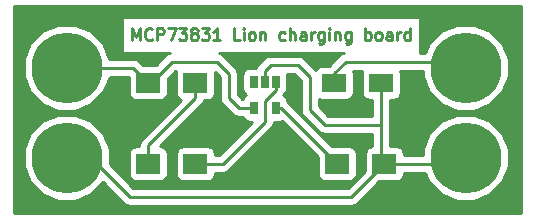
<source format=gbr>
G04 #@! TF.FileFunction,Copper,L1,Top,Signal*
%FSLAX46Y46*%
G04 Gerber Fmt 4.6, Leading zero omitted, Abs format (unit mm)*
G04 Created by KiCad (PCBNEW 4.0.7) date 10/19/18 23:51:00*
%MOMM*%
%LPD*%
G01*
G04 APERTURE LIST*
%ADD10C,0.100000*%
%ADD11C,0.250000*%
%ADD12R,2.000000X1.600000*%
%ADD13R,2.000000X1.700000*%
%ADD14R,0.650000X1.060000*%
%ADD15C,5.999480*%
%ADD16C,0.254000*%
G04 APERTURE END LIST*
D10*
D11*
X137082094Y-102052381D02*
X137082094Y-101052381D01*
X137415428Y-101766667D01*
X137748761Y-101052381D01*
X137748761Y-102052381D01*
X138796380Y-101957143D02*
X138748761Y-102004762D01*
X138605904Y-102052381D01*
X138510666Y-102052381D01*
X138367808Y-102004762D01*
X138272570Y-101909524D01*
X138224951Y-101814286D01*
X138177332Y-101623810D01*
X138177332Y-101480952D01*
X138224951Y-101290476D01*
X138272570Y-101195238D01*
X138367808Y-101100000D01*
X138510666Y-101052381D01*
X138605904Y-101052381D01*
X138748761Y-101100000D01*
X138796380Y-101147619D01*
X139224951Y-102052381D02*
X139224951Y-101052381D01*
X139605904Y-101052381D01*
X139701142Y-101100000D01*
X139748761Y-101147619D01*
X139796380Y-101242857D01*
X139796380Y-101385714D01*
X139748761Y-101480952D01*
X139701142Y-101528571D01*
X139605904Y-101576190D01*
X139224951Y-101576190D01*
X140129713Y-101052381D02*
X140796380Y-101052381D01*
X140367808Y-102052381D01*
X141082094Y-101052381D02*
X141701142Y-101052381D01*
X141367808Y-101433333D01*
X141510666Y-101433333D01*
X141605904Y-101480952D01*
X141653523Y-101528571D01*
X141701142Y-101623810D01*
X141701142Y-101861905D01*
X141653523Y-101957143D01*
X141605904Y-102004762D01*
X141510666Y-102052381D01*
X141224951Y-102052381D01*
X141129713Y-102004762D01*
X141082094Y-101957143D01*
X142272570Y-101480952D02*
X142177332Y-101433333D01*
X142129713Y-101385714D01*
X142082094Y-101290476D01*
X142082094Y-101242857D01*
X142129713Y-101147619D01*
X142177332Y-101100000D01*
X142272570Y-101052381D01*
X142463047Y-101052381D01*
X142558285Y-101100000D01*
X142605904Y-101147619D01*
X142653523Y-101242857D01*
X142653523Y-101290476D01*
X142605904Y-101385714D01*
X142558285Y-101433333D01*
X142463047Y-101480952D01*
X142272570Y-101480952D01*
X142177332Y-101528571D01*
X142129713Y-101576190D01*
X142082094Y-101671429D01*
X142082094Y-101861905D01*
X142129713Y-101957143D01*
X142177332Y-102004762D01*
X142272570Y-102052381D01*
X142463047Y-102052381D01*
X142558285Y-102004762D01*
X142605904Y-101957143D01*
X142653523Y-101861905D01*
X142653523Y-101671429D01*
X142605904Y-101576190D01*
X142558285Y-101528571D01*
X142463047Y-101480952D01*
X142986856Y-101052381D02*
X143605904Y-101052381D01*
X143272570Y-101433333D01*
X143415428Y-101433333D01*
X143510666Y-101480952D01*
X143558285Y-101528571D01*
X143605904Y-101623810D01*
X143605904Y-101861905D01*
X143558285Y-101957143D01*
X143510666Y-102004762D01*
X143415428Y-102052381D01*
X143129713Y-102052381D01*
X143034475Y-102004762D01*
X142986856Y-101957143D01*
X144558285Y-102052381D02*
X143986856Y-102052381D01*
X144272570Y-102052381D02*
X144272570Y-101052381D01*
X144177332Y-101195238D01*
X144082094Y-101290476D01*
X143986856Y-101338095D01*
X146224952Y-102052381D02*
X145748761Y-102052381D01*
X145748761Y-101052381D01*
X146558285Y-102052381D02*
X146558285Y-101385714D01*
X146558285Y-101052381D02*
X146510666Y-101100000D01*
X146558285Y-101147619D01*
X146605904Y-101100000D01*
X146558285Y-101052381D01*
X146558285Y-101147619D01*
X147177332Y-102052381D02*
X147082094Y-102004762D01*
X147034475Y-101957143D01*
X146986856Y-101861905D01*
X146986856Y-101576190D01*
X147034475Y-101480952D01*
X147082094Y-101433333D01*
X147177332Y-101385714D01*
X147320190Y-101385714D01*
X147415428Y-101433333D01*
X147463047Y-101480952D01*
X147510666Y-101576190D01*
X147510666Y-101861905D01*
X147463047Y-101957143D01*
X147415428Y-102004762D01*
X147320190Y-102052381D01*
X147177332Y-102052381D01*
X147939237Y-101385714D02*
X147939237Y-102052381D01*
X147939237Y-101480952D02*
X147986856Y-101433333D01*
X148082094Y-101385714D01*
X148224952Y-101385714D01*
X148320190Y-101433333D01*
X148367809Y-101528571D01*
X148367809Y-102052381D01*
X150034476Y-102004762D02*
X149939238Y-102052381D01*
X149748761Y-102052381D01*
X149653523Y-102004762D01*
X149605904Y-101957143D01*
X149558285Y-101861905D01*
X149558285Y-101576190D01*
X149605904Y-101480952D01*
X149653523Y-101433333D01*
X149748761Y-101385714D01*
X149939238Y-101385714D01*
X150034476Y-101433333D01*
X150463047Y-102052381D02*
X150463047Y-101052381D01*
X150891619Y-102052381D02*
X150891619Y-101528571D01*
X150844000Y-101433333D01*
X150748762Y-101385714D01*
X150605904Y-101385714D01*
X150510666Y-101433333D01*
X150463047Y-101480952D01*
X151796381Y-102052381D02*
X151796381Y-101528571D01*
X151748762Y-101433333D01*
X151653524Y-101385714D01*
X151463047Y-101385714D01*
X151367809Y-101433333D01*
X151796381Y-102004762D02*
X151701143Y-102052381D01*
X151463047Y-102052381D01*
X151367809Y-102004762D01*
X151320190Y-101909524D01*
X151320190Y-101814286D01*
X151367809Y-101719048D01*
X151463047Y-101671429D01*
X151701143Y-101671429D01*
X151796381Y-101623810D01*
X152272571Y-102052381D02*
X152272571Y-101385714D01*
X152272571Y-101576190D02*
X152320190Y-101480952D01*
X152367809Y-101433333D01*
X152463047Y-101385714D01*
X152558286Y-101385714D01*
X153320191Y-101385714D02*
X153320191Y-102195238D01*
X153272572Y-102290476D01*
X153224953Y-102338095D01*
X153129714Y-102385714D01*
X152986857Y-102385714D01*
X152891619Y-102338095D01*
X153320191Y-102004762D02*
X153224953Y-102052381D01*
X153034476Y-102052381D01*
X152939238Y-102004762D01*
X152891619Y-101957143D01*
X152844000Y-101861905D01*
X152844000Y-101576190D01*
X152891619Y-101480952D01*
X152939238Y-101433333D01*
X153034476Y-101385714D01*
X153224953Y-101385714D01*
X153320191Y-101433333D01*
X153796381Y-102052381D02*
X153796381Y-101385714D01*
X153796381Y-101052381D02*
X153748762Y-101100000D01*
X153796381Y-101147619D01*
X153844000Y-101100000D01*
X153796381Y-101052381D01*
X153796381Y-101147619D01*
X154272571Y-101385714D02*
X154272571Y-102052381D01*
X154272571Y-101480952D02*
X154320190Y-101433333D01*
X154415428Y-101385714D01*
X154558286Y-101385714D01*
X154653524Y-101433333D01*
X154701143Y-101528571D01*
X154701143Y-102052381D01*
X155605905Y-101385714D02*
X155605905Y-102195238D01*
X155558286Y-102290476D01*
X155510667Y-102338095D01*
X155415428Y-102385714D01*
X155272571Y-102385714D01*
X155177333Y-102338095D01*
X155605905Y-102004762D02*
X155510667Y-102052381D01*
X155320190Y-102052381D01*
X155224952Y-102004762D01*
X155177333Y-101957143D01*
X155129714Y-101861905D01*
X155129714Y-101576190D01*
X155177333Y-101480952D01*
X155224952Y-101433333D01*
X155320190Y-101385714D01*
X155510667Y-101385714D01*
X155605905Y-101433333D01*
X156844000Y-102052381D02*
X156844000Y-101052381D01*
X156844000Y-101433333D02*
X156939238Y-101385714D01*
X157129715Y-101385714D01*
X157224953Y-101433333D01*
X157272572Y-101480952D01*
X157320191Y-101576190D01*
X157320191Y-101861905D01*
X157272572Y-101957143D01*
X157224953Y-102004762D01*
X157129715Y-102052381D01*
X156939238Y-102052381D01*
X156844000Y-102004762D01*
X157891619Y-102052381D02*
X157796381Y-102004762D01*
X157748762Y-101957143D01*
X157701143Y-101861905D01*
X157701143Y-101576190D01*
X157748762Y-101480952D01*
X157796381Y-101433333D01*
X157891619Y-101385714D01*
X158034477Y-101385714D01*
X158129715Y-101433333D01*
X158177334Y-101480952D01*
X158224953Y-101576190D01*
X158224953Y-101861905D01*
X158177334Y-101957143D01*
X158129715Y-102004762D01*
X158034477Y-102052381D01*
X157891619Y-102052381D01*
X159082096Y-102052381D02*
X159082096Y-101528571D01*
X159034477Y-101433333D01*
X158939239Y-101385714D01*
X158748762Y-101385714D01*
X158653524Y-101433333D01*
X159082096Y-102004762D02*
X158986858Y-102052381D01*
X158748762Y-102052381D01*
X158653524Y-102004762D01*
X158605905Y-101909524D01*
X158605905Y-101814286D01*
X158653524Y-101719048D01*
X158748762Y-101671429D01*
X158986858Y-101671429D01*
X159082096Y-101623810D01*
X159558286Y-102052381D02*
X159558286Y-101385714D01*
X159558286Y-101576190D02*
X159605905Y-101480952D01*
X159653524Y-101433333D01*
X159748762Y-101385714D01*
X159844001Y-101385714D01*
X160605906Y-102052381D02*
X160605906Y-101052381D01*
X160605906Y-102004762D02*
X160510668Y-102052381D01*
X160320191Y-102052381D01*
X160224953Y-102004762D01*
X160177334Y-101957143D01*
X160129715Y-101861905D01*
X160129715Y-101576190D01*
X160177334Y-101480952D01*
X160224953Y-101433333D01*
X160320191Y-101385714D01*
X160510668Y-101385714D01*
X160605906Y-101433333D01*
D12*
X154210000Y-105664000D03*
X158210000Y-105664000D03*
D13*
X142462000Y-112522000D03*
X138462000Y-112522000D03*
X154464000Y-112522000D03*
X158464000Y-112522000D03*
X138462000Y-105664000D03*
X142462000Y-105664000D03*
D14*
X149286000Y-105580000D03*
X148336000Y-105580000D03*
X147386000Y-105580000D03*
X147386000Y-107780000D03*
X149286000Y-107780000D03*
D15*
X165354000Y-104394000D03*
X165354000Y-112014000D03*
X131572000Y-112014000D03*
X131572000Y-104394000D03*
D11*
X154210000Y-105664000D02*
X154210000Y-104870000D01*
X154210000Y-104870000D02*
X155194000Y-103886000D01*
X155194000Y-103886000D02*
X164338000Y-103886000D01*
X164338000Y-103886000D02*
X165354000Y-104902000D01*
X164592000Y-105664000D02*
X165354000Y-104902000D01*
X148336000Y-105580000D02*
X148336000Y-104648000D01*
X153416000Y-109220000D02*
X158210000Y-109220000D01*
X152146000Y-107950000D02*
X153416000Y-109220000D01*
X152146000Y-105156000D02*
X152146000Y-107950000D01*
X151130000Y-104140000D02*
X152146000Y-105156000D01*
X148844000Y-104140000D02*
X151130000Y-104140000D01*
X148336000Y-104648000D02*
X148844000Y-104140000D01*
X131572000Y-112014000D02*
X133604000Y-112014000D01*
X133604000Y-112014000D02*
X136906000Y-115316000D01*
X136906000Y-115316000D02*
X155670000Y-115316000D01*
X155670000Y-115316000D02*
X158464000Y-112522000D01*
X165354000Y-112522000D02*
X158464000Y-112522000D01*
X158210000Y-105664000D02*
X158210000Y-109220000D01*
X158210000Y-109220000D02*
X158210000Y-112268000D01*
X158210000Y-112268000D02*
X158464000Y-112522000D01*
X142462000Y-112522000D02*
X144780000Y-112522000D01*
X149286000Y-106238000D02*
X149286000Y-105580000D01*
X148336000Y-107188000D02*
X149286000Y-106238000D01*
X148336000Y-108966000D02*
X148336000Y-107188000D01*
X144780000Y-112522000D02*
X148336000Y-108966000D01*
X142462000Y-105664000D02*
X142462000Y-106966000D01*
X138462000Y-110966000D02*
X138462000Y-112522000D01*
X142462000Y-106966000D02*
X138462000Y-110966000D01*
X149286000Y-107780000D02*
X149722000Y-107780000D01*
X149722000Y-107780000D02*
X154464000Y-112522000D01*
X138462000Y-105664000D02*
X138684000Y-105664000D01*
X138684000Y-105664000D02*
X140462000Y-103886000D01*
X146134000Y-107780000D02*
X147386000Y-107780000D01*
X145288000Y-106934000D02*
X146134000Y-107780000D01*
X145288000Y-104902000D02*
X145288000Y-106934000D01*
X144272000Y-103886000D02*
X145288000Y-104902000D01*
X140462000Y-103886000D02*
X144272000Y-103886000D01*
X131572000Y-104394000D02*
X137192000Y-104394000D01*
X137192000Y-104394000D02*
X138462000Y-105664000D01*
D16*
G36*
X170053000Y-116713000D02*
X127127000Y-116713000D01*
X127127000Y-105113823D01*
X127936630Y-105113823D01*
X128488820Y-106450225D01*
X129510397Y-107473586D01*
X130845834Y-108028108D01*
X132291823Y-108029370D01*
X133628225Y-107477180D01*
X134651586Y-106455603D01*
X135192059Y-105154000D01*
X136814560Y-105154000D01*
X136814560Y-106514000D01*
X136858838Y-106749317D01*
X136997910Y-106965441D01*
X137210110Y-107110431D01*
X137462000Y-107161440D01*
X139462000Y-107161440D01*
X139697317Y-107117162D01*
X139913441Y-106978090D01*
X140058431Y-106765890D01*
X140109440Y-106514000D01*
X140109440Y-105313362D01*
X140776802Y-104646000D01*
X140848581Y-104646000D01*
X140814560Y-104814000D01*
X140814560Y-106514000D01*
X140858838Y-106749317D01*
X140997910Y-106965441D01*
X141210110Y-107110431D01*
X141237267Y-107115931D01*
X137924599Y-110428599D01*
X137759852Y-110675161D01*
X137702000Y-110966000D01*
X137702000Y-111024560D01*
X137462000Y-111024560D01*
X137226683Y-111068838D01*
X137010559Y-111207910D01*
X136865569Y-111420110D01*
X136814560Y-111672000D01*
X136814560Y-113372000D01*
X136858838Y-113607317D01*
X136997910Y-113823441D01*
X137210110Y-113968431D01*
X137462000Y-114019440D01*
X139462000Y-114019440D01*
X139697317Y-113975162D01*
X139913441Y-113836090D01*
X140058431Y-113623890D01*
X140109440Y-113372000D01*
X140109440Y-111672000D01*
X140065162Y-111436683D01*
X139926090Y-111220559D01*
X139713890Y-111075569D01*
X139475507Y-111027295D01*
X142999401Y-107503401D01*
X143164148Y-107256840D01*
X143183124Y-107161440D01*
X143462000Y-107161440D01*
X143697317Y-107117162D01*
X143913441Y-106978090D01*
X144058431Y-106765890D01*
X144109440Y-106514000D01*
X144109440Y-104814000D01*
X144105788Y-104794590D01*
X144528000Y-105216802D01*
X144528000Y-106934000D01*
X144585852Y-107224839D01*
X144750599Y-107471401D01*
X145596599Y-108317401D01*
X145843161Y-108482148D01*
X146134000Y-108540000D01*
X146456838Y-108540000D01*
X146457838Y-108545317D01*
X146596910Y-108761441D01*
X146809110Y-108906431D01*
X147061000Y-108957440D01*
X147269758Y-108957440D01*
X144465198Y-111762000D01*
X144109440Y-111762000D01*
X144109440Y-111672000D01*
X144065162Y-111436683D01*
X143926090Y-111220559D01*
X143713890Y-111075569D01*
X143462000Y-111024560D01*
X141462000Y-111024560D01*
X141226683Y-111068838D01*
X141010559Y-111207910D01*
X140865569Y-111420110D01*
X140814560Y-111672000D01*
X140814560Y-113372000D01*
X140858838Y-113607317D01*
X140997910Y-113823441D01*
X141210110Y-113968431D01*
X141462000Y-114019440D01*
X143462000Y-114019440D01*
X143697317Y-113975162D01*
X143913441Y-113836090D01*
X144058431Y-113623890D01*
X144109440Y-113372000D01*
X144109440Y-113282000D01*
X144780000Y-113282000D01*
X145070839Y-113224148D01*
X145317401Y-113059401D01*
X148873401Y-109503401D01*
X149038148Y-109256840D01*
X149047746Y-109208586D01*
X149096000Y-108966000D01*
X149096000Y-108957440D01*
X149611000Y-108957440D01*
X149790805Y-108923607D01*
X152816560Y-111949362D01*
X152816560Y-113372000D01*
X152860838Y-113607317D01*
X152999910Y-113823441D01*
X153212110Y-113968431D01*
X153464000Y-114019440D01*
X155464000Y-114019440D01*
X155699317Y-113975162D01*
X155915441Y-113836090D01*
X156060431Y-113623890D01*
X156111440Y-113372000D01*
X156111440Y-111672000D01*
X156067162Y-111436683D01*
X155928090Y-111220559D01*
X155715890Y-111075569D01*
X155464000Y-111024560D01*
X154041362Y-111024560D01*
X150259401Y-107242599D01*
X150256709Y-107240800D01*
X150214162Y-107014683D01*
X150075090Y-106798559D01*
X149899768Y-106678767D01*
X150062441Y-106574090D01*
X150207431Y-106361890D01*
X150258440Y-106110000D01*
X150258440Y-105050000D01*
X150230216Y-104900000D01*
X150815198Y-104900000D01*
X151386000Y-105470802D01*
X151386000Y-107950000D01*
X151443852Y-108240839D01*
X151608599Y-108487401D01*
X152878599Y-109757401D01*
X153125160Y-109922148D01*
X153416000Y-109980000D01*
X157450000Y-109980000D01*
X157450000Y-111027194D01*
X157228683Y-111068838D01*
X157012559Y-111207910D01*
X156867569Y-111420110D01*
X156816560Y-111672000D01*
X156816560Y-113094638D01*
X155355198Y-114556000D01*
X137220802Y-114556000D01*
X135206281Y-112541479D01*
X135207370Y-111294177D01*
X134655180Y-109957775D01*
X133633603Y-108934414D01*
X132298166Y-108379892D01*
X130852177Y-108378630D01*
X129515775Y-108930820D01*
X128492414Y-109952397D01*
X127937892Y-111287834D01*
X127936630Y-112733823D01*
X128488820Y-114070225D01*
X129510397Y-115093586D01*
X130845834Y-115648108D01*
X132291823Y-115649370D01*
X133628225Y-115097180D01*
X134621167Y-114105969D01*
X136368599Y-115853401D01*
X136615160Y-116018148D01*
X136906000Y-116076000D01*
X155670000Y-116076000D01*
X155960839Y-116018148D01*
X156207401Y-115853401D01*
X158041362Y-114019440D01*
X159464000Y-114019440D01*
X159699317Y-113975162D01*
X159915441Y-113836090D01*
X160060431Y-113623890D01*
X160111440Y-113372000D01*
X160111440Y-113282000D01*
X161945132Y-113282000D01*
X162270820Y-114070225D01*
X163292397Y-115093586D01*
X164627834Y-115648108D01*
X166073823Y-115649370D01*
X167410225Y-115097180D01*
X168433586Y-114075603D01*
X168988108Y-112740166D01*
X168989370Y-111294177D01*
X168437180Y-109957775D01*
X167415603Y-108934414D01*
X166080166Y-108379892D01*
X164634177Y-108378630D01*
X163297775Y-108930820D01*
X162274414Y-109952397D01*
X161719892Y-111287834D01*
X161719478Y-111762000D01*
X160111440Y-111762000D01*
X160111440Y-111672000D01*
X160067162Y-111436683D01*
X159928090Y-111220559D01*
X159715890Y-111075569D01*
X159464000Y-111024560D01*
X158970000Y-111024560D01*
X158970000Y-107111440D01*
X159210000Y-107111440D01*
X159445317Y-107067162D01*
X159661441Y-106928090D01*
X159806431Y-106715890D01*
X159857440Y-106464000D01*
X159857440Y-104864000D01*
X159816420Y-104646000D01*
X161719038Y-104646000D01*
X161718630Y-105113823D01*
X162270820Y-106450225D01*
X163292397Y-107473586D01*
X164627834Y-108028108D01*
X166073823Y-108029370D01*
X167410225Y-107477180D01*
X168433586Y-106455603D01*
X168988108Y-105120166D01*
X168989370Y-103674177D01*
X168437180Y-102337775D01*
X167415603Y-101314414D01*
X166080166Y-100759892D01*
X164634177Y-100758630D01*
X163297775Y-101310820D01*
X162274414Y-102332397D01*
X161944881Y-103126000D01*
X161479001Y-103126000D01*
X161479001Y-100140000D01*
X136208999Y-100140000D01*
X136208999Y-103160000D01*
X140291072Y-103160000D01*
X140171161Y-103183852D01*
X139924599Y-103348599D01*
X139106638Y-104166560D01*
X138039362Y-104166560D01*
X137729401Y-103856599D01*
X137482839Y-103691852D01*
X137192000Y-103634000D01*
X135190769Y-103634000D01*
X134655180Y-102337775D01*
X133633603Y-101314414D01*
X132298166Y-100759892D01*
X130852177Y-100758630D01*
X129515775Y-101310820D01*
X128492414Y-102332397D01*
X127937892Y-103667834D01*
X127936630Y-105113823D01*
X127127000Y-105113823D01*
X127127000Y-99187000D01*
X170053000Y-99187000D01*
X170053000Y-116713000D01*
X170053000Y-116713000D01*
G37*
X170053000Y-116713000D02*
X127127000Y-116713000D01*
X127127000Y-105113823D01*
X127936630Y-105113823D01*
X128488820Y-106450225D01*
X129510397Y-107473586D01*
X130845834Y-108028108D01*
X132291823Y-108029370D01*
X133628225Y-107477180D01*
X134651586Y-106455603D01*
X135192059Y-105154000D01*
X136814560Y-105154000D01*
X136814560Y-106514000D01*
X136858838Y-106749317D01*
X136997910Y-106965441D01*
X137210110Y-107110431D01*
X137462000Y-107161440D01*
X139462000Y-107161440D01*
X139697317Y-107117162D01*
X139913441Y-106978090D01*
X140058431Y-106765890D01*
X140109440Y-106514000D01*
X140109440Y-105313362D01*
X140776802Y-104646000D01*
X140848581Y-104646000D01*
X140814560Y-104814000D01*
X140814560Y-106514000D01*
X140858838Y-106749317D01*
X140997910Y-106965441D01*
X141210110Y-107110431D01*
X141237267Y-107115931D01*
X137924599Y-110428599D01*
X137759852Y-110675161D01*
X137702000Y-110966000D01*
X137702000Y-111024560D01*
X137462000Y-111024560D01*
X137226683Y-111068838D01*
X137010559Y-111207910D01*
X136865569Y-111420110D01*
X136814560Y-111672000D01*
X136814560Y-113372000D01*
X136858838Y-113607317D01*
X136997910Y-113823441D01*
X137210110Y-113968431D01*
X137462000Y-114019440D01*
X139462000Y-114019440D01*
X139697317Y-113975162D01*
X139913441Y-113836090D01*
X140058431Y-113623890D01*
X140109440Y-113372000D01*
X140109440Y-111672000D01*
X140065162Y-111436683D01*
X139926090Y-111220559D01*
X139713890Y-111075569D01*
X139475507Y-111027295D01*
X142999401Y-107503401D01*
X143164148Y-107256840D01*
X143183124Y-107161440D01*
X143462000Y-107161440D01*
X143697317Y-107117162D01*
X143913441Y-106978090D01*
X144058431Y-106765890D01*
X144109440Y-106514000D01*
X144109440Y-104814000D01*
X144105788Y-104794590D01*
X144528000Y-105216802D01*
X144528000Y-106934000D01*
X144585852Y-107224839D01*
X144750599Y-107471401D01*
X145596599Y-108317401D01*
X145843161Y-108482148D01*
X146134000Y-108540000D01*
X146456838Y-108540000D01*
X146457838Y-108545317D01*
X146596910Y-108761441D01*
X146809110Y-108906431D01*
X147061000Y-108957440D01*
X147269758Y-108957440D01*
X144465198Y-111762000D01*
X144109440Y-111762000D01*
X144109440Y-111672000D01*
X144065162Y-111436683D01*
X143926090Y-111220559D01*
X143713890Y-111075569D01*
X143462000Y-111024560D01*
X141462000Y-111024560D01*
X141226683Y-111068838D01*
X141010559Y-111207910D01*
X140865569Y-111420110D01*
X140814560Y-111672000D01*
X140814560Y-113372000D01*
X140858838Y-113607317D01*
X140997910Y-113823441D01*
X141210110Y-113968431D01*
X141462000Y-114019440D01*
X143462000Y-114019440D01*
X143697317Y-113975162D01*
X143913441Y-113836090D01*
X144058431Y-113623890D01*
X144109440Y-113372000D01*
X144109440Y-113282000D01*
X144780000Y-113282000D01*
X145070839Y-113224148D01*
X145317401Y-113059401D01*
X148873401Y-109503401D01*
X149038148Y-109256840D01*
X149047746Y-109208586D01*
X149096000Y-108966000D01*
X149096000Y-108957440D01*
X149611000Y-108957440D01*
X149790805Y-108923607D01*
X152816560Y-111949362D01*
X152816560Y-113372000D01*
X152860838Y-113607317D01*
X152999910Y-113823441D01*
X153212110Y-113968431D01*
X153464000Y-114019440D01*
X155464000Y-114019440D01*
X155699317Y-113975162D01*
X155915441Y-113836090D01*
X156060431Y-113623890D01*
X156111440Y-113372000D01*
X156111440Y-111672000D01*
X156067162Y-111436683D01*
X155928090Y-111220559D01*
X155715890Y-111075569D01*
X155464000Y-111024560D01*
X154041362Y-111024560D01*
X150259401Y-107242599D01*
X150256709Y-107240800D01*
X150214162Y-107014683D01*
X150075090Y-106798559D01*
X149899768Y-106678767D01*
X150062441Y-106574090D01*
X150207431Y-106361890D01*
X150258440Y-106110000D01*
X150258440Y-105050000D01*
X150230216Y-104900000D01*
X150815198Y-104900000D01*
X151386000Y-105470802D01*
X151386000Y-107950000D01*
X151443852Y-108240839D01*
X151608599Y-108487401D01*
X152878599Y-109757401D01*
X153125160Y-109922148D01*
X153416000Y-109980000D01*
X157450000Y-109980000D01*
X157450000Y-111027194D01*
X157228683Y-111068838D01*
X157012559Y-111207910D01*
X156867569Y-111420110D01*
X156816560Y-111672000D01*
X156816560Y-113094638D01*
X155355198Y-114556000D01*
X137220802Y-114556000D01*
X135206281Y-112541479D01*
X135207370Y-111294177D01*
X134655180Y-109957775D01*
X133633603Y-108934414D01*
X132298166Y-108379892D01*
X130852177Y-108378630D01*
X129515775Y-108930820D01*
X128492414Y-109952397D01*
X127937892Y-111287834D01*
X127936630Y-112733823D01*
X128488820Y-114070225D01*
X129510397Y-115093586D01*
X130845834Y-115648108D01*
X132291823Y-115649370D01*
X133628225Y-115097180D01*
X134621167Y-114105969D01*
X136368599Y-115853401D01*
X136615160Y-116018148D01*
X136906000Y-116076000D01*
X155670000Y-116076000D01*
X155960839Y-116018148D01*
X156207401Y-115853401D01*
X158041362Y-114019440D01*
X159464000Y-114019440D01*
X159699317Y-113975162D01*
X159915441Y-113836090D01*
X160060431Y-113623890D01*
X160111440Y-113372000D01*
X160111440Y-113282000D01*
X161945132Y-113282000D01*
X162270820Y-114070225D01*
X163292397Y-115093586D01*
X164627834Y-115648108D01*
X166073823Y-115649370D01*
X167410225Y-115097180D01*
X168433586Y-114075603D01*
X168988108Y-112740166D01*
X168989370Y-111294177D01*
X168437180Y-109957775D01*
X167415603Y-108934414D01*
X166080166Y-108379892D01*
X164634177Y-108378630D01*
X163297775Y-108930820D01*
X162274414Y-109952397D01*
X161719892Y-111287834D01*
X161719478Y-111762000D01*
X160111440Y-111762000D01*
X160111440Y-111672000D01*
X160067162Y-111436683D01*
X159928090Y-111220559D01*
X159715890Y-111075569D01*
X159464000Y-111024560D01*
X158970000Y-111024560D01*
X158970000Y-107111440D01*
X159210000Y-107111440D01*
X159445317Y-107067162D01*
X159661441Y-106928090D01*
X159806431Y-106715890D01*
X159857440Y-106464000D01*
X159857440Y-104864000D01*
X159816420Y-104646000D01*
X161719038Y-104646000D01*
X161718630Y-105113823D01*
X162270820Y-106450225D01*
X163292397Y-107473586D01*
X164627834Y-108028108D01*
X166073823Y-108029370D01*
X167410225Y-107477180D01*
X168433586Y-106455603D01*
X168988108Y-105120166D01*
X168989370Y-103674177D01*
X168437180Y-102337775D01*
X167415603Y-101314414D01*
X166080166Y-100759892D01*
X164634177Y-100758630D01*
X163297775Y-101310820D01*
X162274414Y-102332397D01*
X161944881Y-103126000D01*
X161479001Y-103126000D01*
X161479001Y-100140000D01*
X136208999Y-100140000D01*
X136208999Y-103160000D01*
X140291072Y-103160000D01*
X140171161Y-103183852D01*
X139924599Y-103348599D01*
X139106638Y-104166560D01*
X138039362Y-104166560D01*
X137729401Y-103856599D01*
X137482839Y-103691852D01*
X137192000Y-103634000D01*
X135190769Y-103634000D01*
X134655180Y-102337775D01*
X133633603Y-101314414D01*
X132298166Y-100759892D01*
X130852177Y-100758630D01*
X129515775Y-101310820D01*
X128492414Y-102332397D01*
X127937892Y-103667834D01*
X127936630Y-105113823D01*
X127127000Y-105113823D01*
X127127000Y-99187000D01*
X170053000Y-99187000D01*
X170053000Y-116713000D01*
G36*
X156562560Y-104864000D02*
X156562560Y-106464000D01*
X156606838Y-106699317D01*
X156745910Y-106915441D01*
X156958110Y-107060431D01*
X157210000Y-107111440D01*
X157450000Y-107111440D01*
X157450000Y-108460000D01*
X153730802Y-108460000D01*
X152906000Y-107635198D01*
X152906000Y-107024826D01*
X152958110Y-107060431D01*
X153210000Y-107111440D01*
X155210000Y-107111440D01*
X155445317Y-107067162D01*
X155661441Y-106928090D01*
X155806431Y-106715890D01*
X155857440Y-106464000D01*
X155857440Y-104864000D01*
X155816420Y-104646000D01*
X156606706Y-104646000D01*
X156562560Y-104864000D01*
X156562560Y-104864000D01*
G37*
X156562560Y-104864000D02*
X156562560Y-106464000D01*
X156606838Y-106699317D01*
X156745910Y-106915441D01*
X156958110Y-107060431D01*
X157210000Y-107111440D01*
X157450000Y-107111440D01*
X157450000Y-108460000D01*
X153730802Y-108460000D01*
X152906000Y-107635198D01*
X152906000Y-107024826D01*
X152958110Y-107060431D01*
X153210000Y-107111440D01*
X155210000Y-107111440D01*
X155445317Y-107067162D01*
X155661441Y-106928090D01*
X155806431Y-106715890D01*
X155857440Y-106464000D01*
X155857440Y-104864000D01*
X155816420Y-104646000D01*
X156606706Y-104646000D01*
X156562560Y-104864000D01*
G36*
X154903161Y-103183852D02*
X154656599Y-103348599D01*
X153788638Y-104216560D01*
X153210000Y-104216560D01*
X152974683Y-104260838D01*
X152758559Y-104399910D01*
X152639281Y-104574479D01*
X151667401Y-103602599D01*
X151420839Y-103437852D01*
X151130000Y-103380000D01*
X148844000Y-103380000D01*
X148553161Y-103437852D01*
X148553159Y-103437853D01*
X148553160Y-103437853D01*
X148306599Y-103602599D01*
X147798599Y-104110599D01*
X147633852Y-104357161D01*
X147624821Y-104402560D01*
X147061000Y-104402560D01*
X146825683Y-104446838D01*
X146609559Y-104585910D01*
X146464569Y-104798110D01*
X146413560Y-105050000D01*
X146413560Y-106110000D01*
X146457838Y-106345317D01*
X146596910Y-106561441D01*
X146772232Y-106681233D01*
X146609559Y-106785910D01*
X146464569Y-106998110D01*
X146460136Y-107020000D01*
X146448802Y-107020000D01*
X146048000Y-106619198D01*
X146048000Y-104902000D01*
X145990148Y-104611161D01*
X145825401Y-104364599D01*
X144809401Y-103348599D01*
X144562839Y-103183852D01*
X144442928Y-103160000D01*
X155023072Y-103160000D01*
X154903161Y-103183852D01*
X154903161Y-103183852D01*
G37*
X154903161Y-103183852D02*
X154656599Y-103348599D01*
X153788638Y-104216560D01*
X153210000Y-104216560D01*
X152974683Y-104260838D01*
X152758559Y-104399910D01*
X152639281Y-104574479D01*
X151667401Y-103602599D01*
X151420839Y-103437852D01*
X151130000Y-103380000D01*
X148844000Y-103380000D01*
X148553161Y-103437852D01*
X148553159Y-103437853D01*
X148553160Y-103437853D01*
X148306599Y-103602599D01*
X147798599Y-104110599D01*
X147633852Y-104357161D01*
X147624821Y-104402560D01*
X147061000Y-104402560D01*
X146825683Y-104446838D01*
X146609559Y-104585910D01*
X146464569Y-104798110D01*
X146413560Y-105050000D01*
X146413560Y-106110000D01*
X146457838Y-106345317D01*
X146596910Y-106561441D01*
X146772232Y-106681233D01*
X146609559Y-106785910D01*
X146464569Y-106998110D01*
X146460136Y-107020000D01*
X146448802Y-107020000D01*
X146048000Y-106619198D01*
X146048000Y-104902000D01*
X145990148Y-104611161D01*
X145825401Y-104364599D01*
X144809401Y-103348599D01*
X144562839Y-103183852D01*
X144442928Y-103160000D01*
X155023072Y-103160000D01*
X154903161Y-103183852D01*
M02*

</source>
